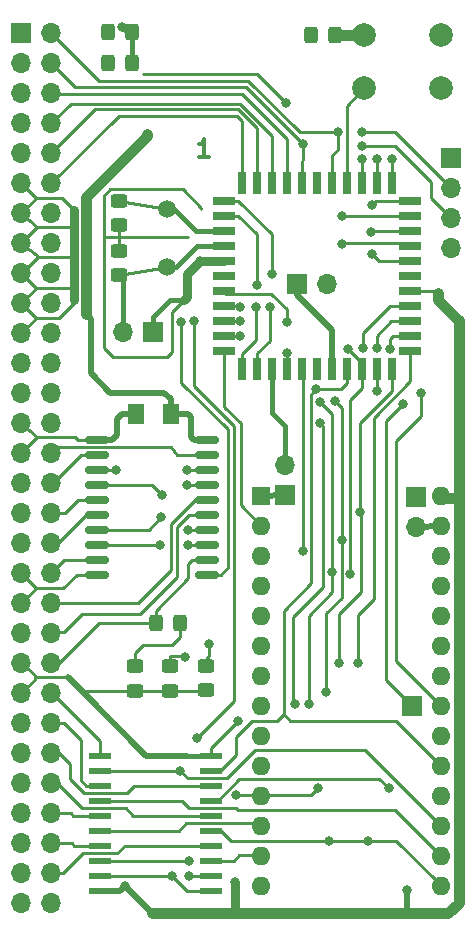
<source format=gbr>
%TF.GenerationSoftware,KiCad,Pcbnew,8.0.6+1*%
%TF.CreationDate,2024-11-21T22:42:00+01:00*%
%TF.ProjectId,8051,38303531-2e6b-4696-9361-645f70636258,rev?*%
%TF.SameCoordinates,Original*%
%TF.FileFunction,Copper,L1,Top*%
%TF.FilePolarity,Positive*%
%FSLAX46Y46*%
G04 Gerber Fmt 4.6, Leading zero omitted, Abs format (unit mm)*
G04 Created by KiCad (PCBNEW 8.0.6+1) date 2024-11-21 22:42:00*
%MOMM*%
%LPD*%
G01*
G04 APERTURE LIST*
G04 Aperture macros list*
%AMRoundRect*
0 Rectangle with rounded corners*
0 $1 Rounding radius*
0 $2 $3 $4 $5 $6 $7 $8 $9 X,Y pos of 4 corners*
0 Add a 4 corners polygon primitive as box body*
4,1,4,$2,$3,$4,$5,$6,$7,$8,$9,$2,$3,0*
0 Add four circle primitives for the rounded corners*
1,1,$1+$1,$2,$3*
1,1,$1+$1,$4,$5*
1,1,$1+$1,$6,$7*
1,1,$1+$1,$8,$9*
0 Add four rect primitives between the rounded corners*
20,1,$1+$1,$2,$3,$4,$5,0*
20,1,$1+$1,$4,$5,$6,$7,0*
20,1,$1+$1,$6,$7,$8,$9,0*
20,1,$1+$1,$8,$9,$2,$3,0*%
G04 Aperture macros list end*
%ADD10C,0.300000*%
%TA.AperFunction,NonConductor*%
%ADD11C,0.300000*%
%TD*%
%TA.AperFunction,ComponentPad*%
%ADD12C,2.000000*%
%TD*%
%TA.AperFunction,SMDPad,CuDef*%
%ADD13R,1.925000X0.700000*%
%TD*%
%TA.AperFunction,SMDPad,CuDef*%
%ADD14R,0.700000X1.925000*%
%TD*%
%TA.AperFunction,ComponentPad*%
%ADD15R,1.700000X1.700000*%
%TD*%
%TA.AperFunction,ComponentPad*%
%ADD16O,1.700000X1.700000*%
%TD*%
%TA.AperFunction,SMDPad,CuDef*%
%ADD17RoundRect,0.250000X0.462500X0.625000X-0.462500X0.625000X-0.462500X-0.625000X0.462500X-0.625000X0*%
%TD*%
%TA.AperFunction,SMDPad,CuDef*%
%ADD18RoundRect,0.249999X-0.325001X-0.450001X0.325001X-0.450001X0.325001X0.450001X-0.325001X0.450001X0*%
%TD*%
%TA.AperFunction,SMDPad,CuDef*%
%ADD19RoundRect,0.249999X0.325001X0.450001X-0.325001X0.450001X-0.325001X-0.450001X0.325001X-0.450001X0*%
%TD*%
%TA.AperFunction,ComponentPad*%
%ADD20R,1.600000X1.600000*%
%TD*%
%TA.AperFunction,ComponentPad*%
%ADD21O,1.600000X1.600000*%
%TD*%
%TA.AperFunction,SMDPad,CuDef*%
%ADD22RoundRect,0.249999X-0.450001X0.325001X-0.450001X-0.325001X0.450001X-0.325001X0.450001X0.325001X0*%
%TD*%
%TA.AperFunction,ComponentPad*%
%ADD23C,1.500000*%
%TD*%
%TA.AperFunction,SMDPad,CuDef*%
%ADD24RoundRect,0.249999X0.450001X-0.325001X0.450001X0.325001X-0.450001X0.325001X-0.450001X-0.325001X0*%
%TD*%
%TA.AperFunction,SMDPad,CuDef*%
%ADD25R,1.950000X0.600000*%
%TD*%
%TA.AperFunction,SMDPad,CuDef*%
%ADD26RoundRect,0.150000X-0.875000X-0.150000X0.875000X-0.150000X0.875000X0.150000X-0.875000X0.150000X0*%
%TD*%
%TA.AperFunction,SMDPad,CuDef*%
%ADD27RoundRect,0.250000X0.450000X-0.325000X0.450000X0.325000X-0.450000X0.325000X-0.450000X-0.325000X0*%
%TD*%
%TA.AperFunction,ViaPad*%
%ADD28C,0.800000*%
%TD*%
%TA.AperFunction,Conductor*%
%ADD29C,0.508000*%
%TD*%
%TA.AperFunction,Conductor*%
%ADD30C,0.254000*%
%TD*%
%TA.AperFunction,Conductor*%
%ADD31C,0.762000*%
%TD*%
%TA.AperFunction,Conductor*%
%ADD32C,0.250000*%
%TD*%
%TA.AperFunction,Conductor*%
%ADD33C,0.381000*%
%TD*%
%TA.AperFunction,Conductor*%
%ADD34C,0.635000*%
%TD*%
%TA.AperFunction,Conductor*%
%ADD35C,0.889000*%
%TD*%
G04 APERTURE END LIST*
D10*
D11*
X106877225Y-73841828D02*
X106020082Y-73841828D01*
X106448653Y-73841828D02*
X106448653Y-72341828D01*
X106448653Y-72341828D02*
X106305796Y-72556114D01*
X106305796Y-72556114D02*
X106162939Y-72698971D01*
X106162939Y-72698971D02*
X106020082Y-72770400D01*
D12*
%TO.P,SW1,1,1*%
%TO.N,+5V*%
X120000000Y-63500000D03*
X126500000Y-63500000D03*
%TO.P,SW1,2,2*%
%TO.N,Net-(U1-RST)*%
X120000000Y-68000000D03*
X126500000Y-68000000D03*
%TD*%
D13*
%TO.P,U1,1,NC*%
%TO.N,unconnected-(U1-NC-Pad1)*%
X123862500Y-83940000D03*
%TO.P,U1,2,P1.0*%
%TO.N,P0*%
X123862500Y-82670000D03*
%TO.P,U1,3,P1.1*%
%TO.N,P1*%
X123862500Y-81400000D03*
%TO.P,U1,4,P1.2*%
%TO.N,P2*%
X123862500Y-80130000D03*
%TO.P,U1,5,P1.3*%
%TO.N,P3*%
X123862500Y-78860000D03*
%TO.P,U1,6,P1.4*%
%TO.N,P4*%
X123862500Y-77590000D03*
D14*
%TO.P,U1,7,P1.5*%
%TO.N,P5*%
X122350000Y-76077500D03*
%TO.P,U1,8,P1.6*%
%TO.N,P6*%
X121080000Y-76077500D03*
%TO.P,U1,9,P1.7*%
%TO.N,P7*%
X119810000Y-76077500D03*
%TO.P,U1,10,RST*%
%TO.N,Net-(U1-RST)*%
X118540000Y-76077500D03*
%TO.P,U1,11,P3.0/RxD*%
%TO.N,RxD*%
X117270000Y-76077500D03*
%TO.P,U1,12,NC*%
%TO.N,unconnected-(U1-NC-Pad12)*%
X116000000Y-76077500D03*
%TO.P,U1,13,P3.1/TxD*%
%TO.N,TxD*%
X114730000Y-76077500D03*
%TO.P,U1,14,P3.2/nINT0*%
%TO.N,INT0*%
X113460000Y-76077500D03*
%TO.P,U1,15,P3.3/nINT1*%
%TO.N,INT1*%
X112190000Y-76077500D03*
%TO.P,U1,16,P3.4/T0*%
%TO.N,T0*%
X110920000Y-76077500D03*
%TO.P,U1,17,P3.5/T1*%
%TO.N,T1*%
X109650000Y-76077500D03*
D13*
%TO.P,U1,18,P3.6/nWR*%
%TO.N,Net-(U1-P3.6{slash}nWR)*%
X108137500Y-77590000D03*
%TO.P,U1,19,P3.7/nRD*%
%TO.N,Net-(U1-P3.7{slash}nRD)*%
X108137500Y-78860000D03*
%TO.P,U1,20,XTAL2*%
%TO.N,Net-(U1-XTAL2)*%
X108137500Y-80130000D03*
%TO.P,U1,21,XTAL1*%
%TO.N,Net-(J7-Pin_2)*%
X108137500Y-81400000D03*
%TO.P,U1,22,VSS*%
%TO.N,GND*%
X108137500Y-82670000D03*
%TO.P,U1,23,NC*%
%TO.N,unconnected-(U1-NC-Pad23)*%
X108137500Y-83940000D03*
%TO.P,U1,24,P2.0/A8*%
%TO.N,Net-(U1-P2.0{slash}A8)*%
X108137500Y-85210000D03*
%TO.P,U1,25,P2.1/A9*%
%TO.N,Net-(U1-P2.1{slash}A9)*%
X108137500Y-86480000D03*
%TO.P,U1,26,P2.2/A10*%
%TO.N,Net-(U1-P2.2{slash}A10)*%
X108137500Y-87750000D03*
%TO.P,U1,27,P2.3/A11*%
%TO.N,Net-(U1-P2.3{slash}A11)*%
X108137500Y-89020000D03*
%TO.P,U1,28,P2.4/A12*%
%TO.N,Net-(U1-P2.4{slash}A12)*%
X108137500Y-90290000D03*
D14*
%TO.P,U1,29,P2.5/A13*%
%TO.N,Net-(U1-P2.5{slash}A13)*%
X109650000Y-91802500D03*
%TO.P,U1,30,P2.6/A14*%
%TO.N,Net-(J4-Pin_1)*%
X110920000Y-91802500D03*
%TO.P,U1,31,P2.7/A15*%
%TO.N,Net-(J3-Pin_1)*%
X112190000Y-91802500D03*
%TO.P,U1,32,PSEN*%
%TO.N,Net-(J5-Pin_1)*%
X113460000Y-91802500D03*
%TO.P,U1,33,ALE/PROG*%
%TO.N,Net-(U1-ALE{slash}PROG)*%
X114730000Y-91802500D03*
%TO.P,U1,34,NC*%
%TO.N,unconnected-(U1-NC-Pad34)*%
X116000000Y-91802500D03*
%TO.P,U1,35,EA/VPP*%
%TO.N,GND*%
X117270000Y-91802500D03*
%TO.P,U1,36,P0.7/AD7*%
%TO.N,AD7*%
X118540000Y-91802500D03*
%TO.P,U1,37,P0.6/AD6*%
%TO.N,AD6*%
X119810000Y-91802500D03*
%TO.P,U1,38,P0.5/AD5*%
%TO.N,AD5*%
X121080000Y-91802500D03*
%TO.P,U1,39,P0.4/AD4*%
%TO.N,AD4*%
X122350000Y-91802500D03*
D13*
%TO.P,U1,40,P0.3/AD3*%
%TO.N,AD3*%
X123862500Y-90290000D03*
%TO.P,U1,41,P0.2/AD2*%
%TO.N,AD2*%
X123862500Y-89020000D03*
%TO.P,U1,42,P0.1/AD1*%
%TO.N,AD1*%
X123862500Y-87750000D03*
%TO.P,U1,43,P0.0/AD0*%
%TO.N,AD0*%
X123862500Y-86480000D03*
%TO.P,U1,44,VCC*%
%TO.N,+5V*%
X123862500Y-85210000D03*
%TD*%
D15*
%TO.P,J2,1,Pin_1*%
%TO.N,+5V*%
X90960000Y-63330000D03*
D16*
%TO.P,J2,2,Pin_2*%
%TO.N,RxD*%
X93500000Y-63330000D03*
%TO.P,J2,3,Pin_3*%
%TO.N,+5V*%
X90960000Y-65870000D03*
%TO.P,J2,4,Pin_4*%
%TO.N,TxD*%
X93500000Y-65870000D03*
%TO.P,J2,5,Pin_5*%
%TO.N,+5V*%
X90960000Y-68410000D03*
%TO.P,J2,6,Pin_6*%
%TO.N,INT0*%
X93500000Y-68410000D03*
%TO.P,J2,7,Pin_7*%
%TO.N,+5V*%
X90960000Y-70950000D03*
%TO.P,J2,8,Pin_8*%
%TO.N,INT1*%
X93500000Y-70950000D03*
%TO.P,J2,9,Pin_9*%
%TO.N,GND*%
X90960000Y-73490000D03*
%TO.P,J2,10,Pin_10*%
%TO.N,T0*%
X93500000Y-73490000D03*
%TO.P,J2,11,Pin_11*%
%TO.N,GND*%
X90960000Y-76030000D03*
%TO.P,J2,12,Pin_12*%
%TO.N,T1*%
X93500000Y-76030000D03*
%TO.P,J2,13,Pin_13*%
%TO.N,GND*%
X90960000Y-78570000D03*
%TO.P,J2,14,Pin_14*%
%TO.N,P7*%
X93500000Y-78570000D03*
%TO.P,J2,15,Pin_15*%
%TO.N,GND*%
X90960000Y-81110000D03*
%TO.P,J2,16,Pin_16*%
%TO.N,P6*%
X93500000Y-81110000D03*
%TO.P,J2,17,Pin_17*%
%TO.N,GND*%
X90960000Y-83650000D03*
%TO.P,J2,18,Pin_18*%
%TO.N,P5*%
X93500000Y-83650000D03*
%TO.P,J2,19,Pin_19*%
%TO.N,GND*%
X90960000Y-86190000D03*
%TO.P,J2,20,Pin_20*%
%TO.N,P4*%
X93500000Y-86190000D03*
%TO.P,J2,21,Pin_21*%
%TO.N,GND*%
X90960000Y-88730000D03*
%TO.P,J2,22,Pin_22*%
%TO.N,P3*%
X93500000Y-88730000D03*
%TO.P,J2,23,Pin_23*%
%TO.N,GND*%
X90960000Y-91270000D03*
%TO.P,J2,24,Pin_24*%
%TO.N,P2*%
X93500000Y-91270000D03*
%TO.P,J2,25,Pin_25*%
%TO.N,GND*%
X90960000Y-93810000D03*
%TO.P,J2,26,Pin_26*%
%TO.N,P1*%
X93500000Y-93810000D03*
%TO.P,J2,27,Pin_27*%
%TO.N,GND*%
X90960000Y-96350000D03*
%TO.P,J2,28,Pin_28*%
%TO.N,P0*%
X93500000Y-96350000D03*
%TO.P,J2,29,Pin_29*%
%TO.N,GND*%
X90960000Y-98890000D03*
%TO.P,J2,30,Pin_30*%
%TO.N,O7*%
X93500000Y-98890000D03*
%TO.P,J2,31,Pin_31*%
%TO.N,GND*%
X90960000Y-101430000D03*
%TO.P,J2,32,Pin_32*%
%TO.N,O6*%
X93500000Y-101430000D03*
%TO.P,J2,33,Pin_33*%
%TO.N,GND*%
X90960000Y-103970000D03*
%TO.P,J2,34,Pin_34*%
%TO.N,O5*%
X93500000Y-103970000D03*
%TO.P,J2,35,Pin_35*%
%TO.N,GND*%
X90960000Y-106510000D03*
%TO.P,J2,36,Pin_36*%
%TO.N,O4*%
X93500000Y-106510000D03*
%TO.P,J2,37,Pin_37*%
%TO.N,GND*%
X90960000Y-109050000D03*
%TO.P,J2,38,Pin_38*%
%TO.N,O3*%
X93500000Y-109050000D03*
%TO.P,J2,39,Pin_39*%
%TO.N,GND*%
X90960000Y-111590000D03*
%TO.P,J2,40,Pin_40*%
%TO.N,O2*%
X93500000Y-111590000D03*
%TO.P,J2,41,Pin_41*%
%TO.N,GND*%
X90960000Y-114130000D03*
%TO.P,J2,42,Pin_42*%
%TO.N,O1*%
X93500000Y-114130000D03*
%TO.P,J2,43,Pin_43*%
%TO.N,GND*%
X90960000Y-116670000D03*
%TO.P,J2,44,Pin_44*%
%TO.N,O0*%
X93500000Y-116670000D03*
%TO.P,J2,45,Pin_45*%
%TO.N,GND*%
X90960000Y-119210000D03*
%TO.P,J2,46,Pin_46*%
%TO.N,I7*%
X93500000Y-119210000D03*
%TO.P,J2,47,Pin_47*%
%TO.N,GND*%
X90960000Y-121750000D03*
%TO.P,J2,48,Pin_48*%
%TO.N,I6*%
X93500000Y-121750000D03*
%TO.P,J2,49,Pin_49*%
%TO.N,GND*%
X90960000Y-124290000D03*
%TO.P,J2,50,Pin_50*%
%TO.N,I5*%
X93500000Y-124290000D03*
%TO.P,J2,51,Pin_51*%
%TO.N,GND*%
X90960000Y-126830000D03*
%TO.P,J2,52,Pin_52*%
%TO.N,I4*%
X93500000Y-126830000D03*
%TO.P,J2,53,Pin_53*%
%TO.N,GND*%
X90960000Y-129370000D03*
%TO.P,J2,54,Pin_54*%
%TO.N,I3*%
X93500000Y-129370000D03*
%TO.P,J2,55,Pin_55*%
%TO.N,GND*%
X90960000Y-131910000D03*
%TO.P,J2,56,Pin_56*%
%TO.N,I2*%
X93500000Y-131910000D03*
%TO.P,J2,57,Pin_57*%
%TO.N,GND*%
X90960000Y-134450000D03*
%TO.P,J2,58,Pin_58*%
%TO.N,I1*%
X93500000Y-134450000D03*
%TO.P,J2,59,Pin_59*%
%TO.N,GND*%
X90960000Y-136990000D03*
%TO.P,J2,60,Pin_60*%
%TO.N,I0*%
X93500000Y-136990000D03*
%TD*%
D17*
%TO.P,C4,1*%
%TO.N,+5V*%
X103609800Y-95580200D03*
%TO.P,C4,2*%
%TO.N,GND*%
X100634800Y-95580200D03*
%TD*%
D18*
%TO.P,D1,1,K*%
%TO.N,Net-(D1-K)*%
X115450000Y-63500000D03*
%TO.P,D1,2,A*%
%TO.N,+5V*%
X117500000Y-63500000D03*
%TD*%
D19*
%TO.P,R5,1*%
%TO.N,Net-(D2-A)*%
X104368600Y-113258600D03*
%TO.P,R5,2*%
%TO.N,O0*%
X102318600Y-113258600D03*
%TD*%
D18*
%TO.P,D3,1,K*%
%TO.N,Net-(D3-K)*%
X98280000Y-63246000D03*
%TO.P,D3,2,A*%
%TO.N,+5V*%
X100330000Y-63246000D03*
%TD*%
%TO.P,D4,1,K*%
%TO.N,Net-(D4-K)*%
X98298000Y-65913000D03*
%TO.P,D4,2,A*%
%TO.N,+5V*%
X100348000Y-65913000D03*
%TD*%
D15*
%TO.P,J3,1,Pin_1*%
%TO.N,Net-(J3-Pin_1)*%
X113284000Y-102489000D03*
D16*
%TO.P,J3,2,Pin_2*%
X113284000Y-99949000D03*
%TD*%
D20*
%TO.P,U5,1,A15*%
%TO.N,Net-(J3-Pin_1)*%
X111250000Y-102500000D03*
D21*
%TO.P,U5,2,A12*%
%TO.N,Net-(U1-P2.4{slash}A12)*%
X111250000Y-105040000D03*
%TO.P,U5,3,A7*%
%TO.N,A7*%
X111250000Y-107580000D03*
%TO.P,U5,4,A6*%
%TO.N,A6*%
X111250000Y-110120000D03*
%TO.P,U5,5,A5*%
%TO.N,A5*%
X111250000Y-112660000D03*
%TO.P,U5,6,A4*%
%TO.N,A4*%
X111250000Y-115200000D03*
%TO.P,U5,7,A3*%
%TO.N,A3*%
X111250000Y-117740000D03*
%TO.P,U5,8,A2*%
%TO.N,A2*%
X111250000Y-120280000D03*
%TO.P,U5,9,A1*%
%TO.N,A1*%
X111250000Y-122820000D03*
%TO.P,U5,10,A0*%
%TO.N,A0*%
X111250000Y-125360000D03*
%TO.P,U5,11,D0*%
%TO.N,AD0*%
X111250000Y-127900000D03*
%TO.P,U5,12,D1*%
%TO.N,AD1*%
X111250000Y-130440000D03*
%TO.P,U5,13,D2*%
%TO.N,AD2*%
X111250000Y-132980000D03*
%TO.P,U5,14,GND*%
%TO.N,GND*%
X111250000Y-135520000D03*
%TO.P,U5,15,D3*%
%TO.N,AD3*%
X126490000Y-135520000D03*
%TO.P,U5,16,D4*%
%TO.N,AD4*%
X126490000Y-132980000D03*
%TO.P,U5,17,D5*%
%TO.N,AD5*%
X126490000Y-130440000D03*
%TO.P,U5,18,D6*%
%TO.N,AD6*%
X126490000Y-127900000D03*
%TO.P,U5,19,D7*%
%TO.N,AD7*%
X126490000Y-125360000D03*
%TO.P,U5,20,~{CE}*%
%TO.N,Net-(J5-Pin_1)*%
X126490000Y-122820000D03*
%TO.P,U5,21,A10*%
%TO.N,Net-(U1-P2.2{slash}A10)*%
X126490000Y-120280000D03*
%TO.P,U5,22,~{OE}*%
%TO.N,GND*%
X126490000Y-117740000D03*
%TO.P,U5,23,A11*%
%TO.N,Net-(U1-P2.3{slash}A11)*%
X126490000Y-115200000D03*
%TO.P,U5,24,A9*%
%TO.N,Net-(U1-P2.1{slash}A9)*%
X126490000Y-112660000D03*
%TO.P,U5,25,A8*%
%TO.N,Net-(U1-P2.0{slash}A8)*%
X126490000Y-110120000D03*
%TO.P,U5,26,A13*%
%TO.N,Net-(U1-P2.5{slash}A13)*%
X126490000Y-107580000D03*
%TO.P,U5,27,A14*%
%TO.N,Net-(J4-Pin_1)*%
X126490000Y-105040000D03*
%TO.P,U5,28,VCC*%
%TO.N,+5V*%
X126490000Y-102500000D03*
%TD*%
D15*
%TO.P,J4,1,Pin_1*%
%TO.N,Net-(J4-Pin_1)*%
X124333000Y-102616000D03*
D16*
%TO.P,J4,2,Pin_2*%
X124333000Y-105156000D03*
%TD*%
D22*
%TO.P,C1,1*%
%TO.N,Net-(U1-XTAL2)*%
X99187000Y-77579000D03*
%TO.P,C1,2*%
%TO.N,GND*%
X99187000Y-79629000D03*
%TD*%
D23*
%TO.P,Y1,1,1*%
%TO.N,Net-(U1-XTAL2)*%
X103250000Y-78250000D03*
%TO.P,Y1,2,2*%
%TO.N,Net-(J7-Pin_2)*%
X103250000Y-83130000D03*
%TD*%
D24*
%TO.P,C2,1*%
%TO.N,Net-(J7-Pin_2)*%
X99187000Y-83820000D03*
%TO.P,C2,2*%
%TO.N,GND*%
X99187000Y-81770000D03*
%TD*%
D15*
%TO.P,J1,1,Pin_1*%
%TO.N,GND*%
X114300000Y-84582000D03*
D16*
%TO.P,J1,2,Pin_2*%
X116840000Y-84582000D03*
%TD*%
D25*
%TO.P,U2,1,1OE*%
%TO.N,Net-(U1-P3.7{slash}nRD)*%
X107000000Y-135965000D03*
%TO.P,U2,2,1A0*%
%TO.N,I0*%
X107000000Y-134695000D03*
%TO.P,U2,3,2Y0*%
%TO.N,AD2*%
X107000000Y-133425000D03*
%TO.P,U2,4,1A1*%
%TO.N,I1*%
X107000000Y-132155000D03*
%TO.P,U2,5,2Y1*%
%TO.N,AD3*%
X107000000Y-130885000D03*
%TO.P,U2,6,1A2*%
%TO.N,I4*%
X107000000Y-129615000D03*
%TO.P,U2,7,2Y2*%
%TO.N,AD6*%
X107000000Y-128345000D03*
%TO.P,U2,8,1A3*%
%TO.N,I5*%
X107000000Y-127075000D03*
%TO.P,U2,9,2Y3*%
%TO.N,AD7*%
X107000000Y-125805000D03*
%TO.P,U2,10,GND*%
%TO.N,GND*%
X107000000Y-124535000D03*
%TO.P,U2,11,2A3*%
%TO.N,I7*%
X97600000Y-124535000D03*
%TO.P,U2,12,1Y3*%
%TO.N,AD5*%
X97600000Y-125805000D03*
%TO.P,U2,13,2A2*%
%TO.N,I6*%
X97600000Y-127075000D03*
%TO.P,U2,14,1Y2*%
%TO.N,AD4*%
X97600000Y-128345000D03*
%TO.P,U2,15,2A1*%
%TO.N,I3*%
X97600000Y-129615000D03*
%TO.P,U2,16,1Y1*%
%TO.N,AD1*%
X97600000Y-130885000D03*
%TO.P,U2,17,2A0*%
%TO.N,I2*%
X97600000Y-132155000D03*
%TO.P,U2,18,1Y0*%
%TO.N,AD0*%
X97600000Y-133425000D03*
%TO.P,U2,19,2OE*%
%TO.N,Net-(U1-P3.7{slash}nRD)*%
X97600000Y-134695000D03*
%TO.P,U2,20,VCC*%
%TO.N,+5V*%
X97600000Y-135965000D03*
%TD*%
D15*
%TO.P,J5,1,Pin_1*%
%TO.N,Net-(J5-Pin_1)*%
X124000000Y-120300000D03*
%TD*%
D26*
%TO.P,U6,1,OE*%
%TO.N,GND*%
X97380000Y-97790000D03*
%TO.P,U6,2,O0*%
%TO.N,O6*%
X97380000Y-99060000D03*
%TO.P,U6,3,D0*%
%TO.N,AD6*%
X97380000Y-100330000D03*
%TO.P,U6,4,D1*%
%TO.N,AD5*%
X97380000Y-101600000D03*
%TO.P,U6,5,O1*%
%TO.N,O5*%
X97380000Y-102870000D03*
%TO.P,U6,6,O2*%
%TO.N,O4*%
X97380000Y-104140000D03*
%TO.P,U6,7,D2*%
%TO.N,AD4*%
X97380000Y-105410000D03*
%TO.P,U6,8,D3*%
%TO.N,AD3*%
X97380000Y-106680000D03*
%TO.P,U6,9,O3*%
%TO.N,O3*%
X97380000Y-107950000D03*
%TO.P,U6,10,GND*%
%TO.N,GND*%
X97380000Y-109220000D03*
%TO.P,U6,11,Cp*%
%TO.N,Net-(U1-P3.6{slash}nWR)*%
X106680000Y-109220000D03*
%TO.P,U6,12,O4*%
%TO.N,O0*%
X106680000Y-107950000D03*
%TO.P,U6,13,D4*%
%TO.N,AD0*%
X106680000Y-106680000D03*
%TO.P,U6,14,D5*%
%TO.N,AD1*%
X106680000Y-105410000D03*
%TO.P,U6,15,O5*%
%TO.N,O1*%
X106680000Y-104140000D03*
%TO.P,U6,16,O6*%
%TO.N,O2*%
X106680000Y-102870000D03*
%TO.P,U6,17,D6*%
%TO.N,AD2*%
X106680000Y-101600000D03*
%TO.P,U6,18,D7*%
%TO.N,AD7*%
X106680000Y-100330000D03*
%TO.P,U6,19,O7*%
%TO.N,O7*%
X106680000Y-99060000D03*
%TO.P,U6,20,VCC*%
%TO.N,+5V*%
X106680000Y-97790000D03*
%TD*%
D27*
%TO.P,D6,1,K*%
%TO.N,GND*%
X106553000Y-118999000D03*
%TO.P,D6,2,A*%
%TO.N,Net-(D6-A)*%
X106553000Y-116949000D03*
%TD*%
%TO.P,D2,1,K*%
%TO.N,GND*%
X100584000Y-119008000D03*
%TO.P,D2,2,A*%
%TO.N,Net-(D2-A)*%
X100584000Y-116958000D03*
%TD*%
D15*
%TO.P,J7,1,Pin_1*%
%TO.N,GND*%
X102088000Y-88620200D03*
D16*
%TO.P,J7,2,Pin_2*%
%TO.N,Net-(J7-Pin_2)*%
X99548000Y-88620200D03*
%TD*%
D15*
%TO.P,J6,1,Pin_1*%
%TO.N,+5V*%
X127324000Y-73924000D03*
D16*
%TO.P,J6,2,Pin_2*%
%TO.N,RxD*%
X127324000Y-76464000D03*
%TO.P,J6,3,Pin_3*%
%TO.N,TxD*%
X127324000Y-79004000D03*
%TO.P,J6,4,Pin_4*%
%TO.N,GND*%
X127324000Y-81544000D03*
%TD*%
D27*
%TO.P,D5,1,K*%
%TO.N,GND*%
X103505000Y-119017000D03*
%TO.P,D5,2,A*%
%TO.N,Net-(D5-A)*%
X103505000Y-116967000D03*
%TD*%
D28*
%TO.N,GND*%
X106052000Y-82670000D03*
X113360200Y-69291200D03*
X109321600Y-121564400D03*
%TO.N,+5V*%
X123596400Y-135915400D03*
X109016800Y-135178800D03*
X99454999Y-62792317D03*
X101569305Y-71876705D03*
X99695000Y-135585200D03*
X126238000Y-85344000D03*
%TO.N,Net-(D1-K)*%
X115443000Y-63500000D03*
%TO.N,Net-(D3-K)*%
X98280000Y-63246000D03*
%TO.N,Net-(D4-K)*%
X98298000Y-65913000D03*
%TO.N,Net-(D5-A)*%
X104775000Y-116205000D03*
%TO.N,Net-(D6-A)*%
X106807000Y-115062000D03*
%TO.N,Net-(J4-Pin_1)*%
X111988600Y-86512400D03*
%TO.N,Net-(J5-Pin_1)*%
X113436400Y-90449400D03*
X123248000Y-94742518D03*
%TO.N,Net-(U1-ALE{slash}PROG)*%
X114782600Y-107188000D03*
%TO.N,Net-(U1-P2.5{slash}A13)*%
X110820200Y-86512400D03*
%TO.N,TxD*%
X119761000Y-72898000D03*
X114808000Y-72771000D03*
%TO.N,RxD*%
X117729000Y-71755000D03*
X119761000Y-71755000D03*
%TO.N,I0*%
X105154800Y-134695000D03*
%TO.N,Net-(U1-P2.3{slash}A11)*%
X109499400Y-89001600D03*
%TO.N,Net-(U1-P2.2{slash}A10)*%
X124802000Y-93853000D03*
X109474000Y-87757000D03*
%TO.N,Net-(U1-P2.1{slash}A9)*%
X109479492Y-86506908D03*
%TO.N,Net-(U1-P2.0{slash}A8)*%
X113411000Y-87833200D03*
%TO.N,P0*%
X120650000Y-82042000D03*
%TO.N,P1*%
X118110000Y-81203800D03*
%TO.N,P2*%
X120599200Y-80162400D03*
%TO.N,P3*%
X118142400Y-78860000D03*
%TO.N,P4*%
X120650000Y-77927200D03*
%TO.N,P5*%
X122301000Y-74041000D03*
%TO.N,P6*%
X121031000Y-74041000D03*
%TO.N,P7*%
X119761000Y-74041000D03*
%TO.N,Net-(U1-P3.7{slash}nRD)*%
X105841800Y-123037600D03*
X110871000Y-84632800D03*
X103733600Y-134721600D03*
X105562400Y-87757000D03*
%TO.N,Net-(U1-P3.6{slash}nWR)*%
X112153700Y-83756500D03*
X104510600Y-87807800D03*
%TO.N,AD4*%
X119659400Y-103860600D03*
X117856000Y-116687600D03*
X102819200Y-104343200D03*
%TO.N,AD5*%
X104419084Y-125805884D03*
X121080000Y-93673400D03*
X102870000Y-102463600D03*
%TO.N,AD6*%
X98958400Y-100330000D03*
X118821200Y-109143800D03*
X122047000Y-127279400D03*
X118643400Y-90068400D03*
%TO.N,AD7*%
X115925600Y-93497400D03*
X104998600Y-100325000D03*
%TO.N,AD2*%
X116255800Y-96367600D03*
X122174000Y-90068400D03*
X104952800Y-101600000D03*
X114122200Y-120116600D03*
%TO.N,AD0*%
X109118400Y-127889000D03*
X119862600Y-90043000D03*
X105054400Y-106654600D03*
X116255800Y-94538800D03*
X116103400Y-127279400D03*
X105130600Y-133400800D03*
X117297200Y-108940600D03*
X115316000Y-120116600D03*
%TO.N,AD3*%
X102717600Y-106705400D03*
X117017800Y-131749800D03*
X120294400Y-131749800D03*
X119456200Y-116713000D03*
%TO.N,AD1*%
X117551200Y-94513400D03*
X116789200Y-119126000D03*
X118084600Y-106248200D03*
X121056400Y-90043000D03*
X105079800Y-105410000D03*
%TD*%
D29*
%TO.N,GND*%
X99060000Y-97332800D02*
X98602800Y-97790000D01*
D30*
X92280124Y-97569876D02*
X90960000Y-98890000D01*
X92202000Y-84963000D02*
X95377000Y-84963000D01*
D31*
X95377000Y-84963000D02*
X95377000Y-82296000D01*
D30*
X92234135Y-87503000D02*
X94107000Y-87503000D01*
D31*
X95377000Y-85979000D02*
X95377000Y-84963000D01*
D30*
X92202000Y-77343000D02*
X90975000Y-78570000D01*
D29*
X99491800Y-95580200D02*
X99060000Y-96012000D01*
D30*
X109321600Y-121564400D02*
X106984800Y-123901200D01*
D29*
X98602800Y-97790000D02*
X97380000Y-97790000D01*
X100634800Y-95580200D02*
X99491800Y-95580200D01*
D30*
X104615226Y-76581000D02*
X106172000Y-78137774D01*
D32*
X95724124Y-97790000D02*
X95504000Y-97569876D01*
D30*
X90975000Y-119210000D02*
X90960000Y-119210000D01*
X106984800Y-123901200D02*
X106984800Y-124519800D01*
X90975000Y-86190000D02*
X92202000Y-84963000D01*
X90975000Y-111590000D02*
X90960000Y-111590000D01*
X103327200Y-90779600D02*
X103733600Y-90373200D01*
X92202000Y-84963000D02*
X90960000Y-83650000D01*
X95377000Y-78359000D02*
X94361000Y-77343000D01*
D31*
X105003600Y-83718400D02*
X105003600Y-85648800D01*
D30*
X90960000Y-83650000D02*
X90972901Y-83650000D01*
X90960000Y-81075198D02*
X92279198Y-79756000D01*
D31*
X95377000Y-79756000D02*
X95377000Y-78359000D01*
X105003600Y-85648800D02*
X104749600Y-85902800D01*
D30*
X97917000Y-77117222D02*
X98453222Y-76581000D01*
X92326901Y-82296000D02*
X92481400Y-82296000D01*
X95631000Y-109220000D02*
X94488000Y-110363000D01*
X90960000Y-88730000D02*
X91007135Y-88730000D01*
X96130000Y-119008000D02*
X96075500Y-119062500D01*
X91007135Y-88730000D02*
X92234135Y-87503000D01*
D33*
X103530400Y-85902800D02*
X104749600Y-85902800D01*
D30*
X97917000Y-80645000D02*
X97917000Y-79883000D01*
D29*
X104975800Y-124536200D02*
X101549200Y-124536200D01*
D30*
X92481400Y-82296000D02*
X90960000Y-81110000D01*
X103733600Y-86918800D02*
X104749600Y-85902800D01*
X90960000Y-81110000D02*
X90960000Y-81075198D01*
X106172000Y-78137774D02*
X106172000Y-78232000D01*
X95504000Y-97569876D02*
X92280124Y-97569876D01*
X97300000Y-109215000D02*
X95631000Y-109220000D01*
D29*
X99060000Y-96012000D02*
X99060000Y-97332800D01*
X117270000Y-91802500D02*
X117270000Y-88517200D01*
D30*
X94107000Y-87503000D02*
X95377000Y-86233000D01*
X100584000Y-119008000D02*
X96130000Y-119008000D01*
X92234135Y-87503000D02*
X90960000Y-86190000D01*
X98704400Y-90779600D02*
X103327200Y-90779600D01*
D33*
X102088000Y-88620200D02*
X102088000Y-87345200D01*
D30*
X94869000Y-117856000D02*
X92227400Y-117856000D01*
D32*
X97380000Y-97790000D02*
X95724124Y-97790000D01*
D29*
X101549200Y-124536200D02*
X96075500Y-119062500D01*
D30*
X92279198Y-79756000D02*
X90960000Y-78570000D01*
X99187000Y-80645000D02*
X99187000Y-81770000D01*
X91066800Y-116670000D02*
X90960000Y-116670000D01*
X97300000Y-109215000D02*
X97287000Y-109215000D01*
X99187000Y-80645000D02*
X97917000Y-80645000D01*
X97917000Y-80645000D02*
X97917000Y-89992200D01*
X97917000Y-79883000D02*
X97917000Y-77343000D01*
X90960000Y-109050000D02*
X92202000Y-110363000D01*
X90960000Y-96350000D02*
X92280124Y-97569876D01*
X92202000Y-110363000D02*
X90975000Y-111590000D01*
X90960000Y-86190000D02*
X90975000Y-86190000D01*
X98453222Y-76581000D02*
X104615226Y-76581000D01*
D33*
X102088000Y-87345200D02*
X103530400Y-85902800D01*
D30*
X92227400Y-117830600D02*
X91066800Y-116670000D01*
D29*
X104977000Y-124535000D02*
X104975800Y-124536200D01*
D33*
X104977000Y-124535000D02*
X107000000Y-124535000D01*
D30*
X110869000Y-66800000D02*
X101235000Y-66800000D01*
D29*
X114274600Y-85521800D02*
X114274600Y-84709000D01*
D31*
X108137500Y-82670000D02*
X106052000Y-82670000D01*
D30*
X92481400Y-82296000D02*
X95377000Y-82296000D01*
X92227400Y-117856000D02*
X92227400Y-117957600D01*
X97917000Y-77343000D02*
X97917000Y-77117222D01*
X113360200Y-69291200D02*
X110869000Y-66800000D01*
X106984800Y-124519800D02*
X107000000Y-124535000D01*
D29*
X96075500Y-119062500D02*
X94869000Y-117856000D01*
D30*
X106544000Y-119008000D02*
X106553000Y-118999000D01*
X92227400Y-117957600D02*
X90975000Y-119210000D01*
X99187000Y-79629000D02*
X99187000Y-80645000D01*
X90960000Y-76030000D02*
X92202000Y-77343000D01*
X103733600Y-90373200D02*
X103733600Y-86918800D01*
D31*
X95377000Y-82296000D02*
X95377000Y-79756000D01*
D30*
X90975000Y-78570000D02*
X90960000Y-78570000D01*
X97917000Y-89992200D02*
X98704400Y-90779600D01*
D29*
X117270000Y-88517200D02*
X114274600Y-85521800D01*
D30*
X100584000Y-119008000D02*
X106544000Y-119008000D01*
X90972901Y-83650000D02*
X92326901Y-82296000D01*
X99187000Y-80645000D02*
X105029000Y-80645000D01*
X94488000Y-110363000D02*
X92202000Y-110363000D01*
X92279198Y-79756000D02*
X95377000Y-79756000D01*
X94361000Y-77343000D02*
X92202000Y-77343000D01*
X95377000Y-86233000D02*
X95377000Y-85979000D01*
X92227400Y-117856000D02*
X92227400Y-117830600D01*
D31*
X106052000Y-82670000D02*
X105003600Y-83718400D01*
D34*
X111543800Y-135813800D02*
X111250000Y-135520000D01*
D33*
%TO.N,Net-(U1-XTAL2)*%
X103250000Y-78250000D02*
X103904000Y-78250000D01*
X103904000Y-78250000D02*
X105784000Y-80130000D01*
D30*
X103250000Y-78250000D02*
X99187000Y-77579000D01*
D33*
X105784000Y-80130000D02*
X108137500Y-80130000D01*
%TO.N,Net-(J7-Pin_2)*%
X104068000Y-83130000D02*
X105798000Y-81400000D01*
X105798000Y-81400000D02*
X108137500Y-81400000D01*
X99548000Y-88620200D02*
X99548000Y-84181000D01*
X99548000Y-84181000D02*
X99187000Y-83820000D01*
D30*
X103250000Y-83130000D02*
X99187000Y-83820000D01*
D33*
X103250000Y-83130000D02*
X104068000Y-83130000D01*
D30*
%TO.N,Net-(U1-RST)*%
X120000000Y-68000000D02*
X118491000Y-69509000D01*
X118491000Y-76028500D02*
X118540000Y-76077500D01*
X118491000Y-69509000D02*
X118491000Y-76028500D01*
D31*
%TO.N,+5V*%
X109016800Y-135178800D02*
X109016800Y-135178800D01*
D29*
X98488500Y-93789500D02*
X103060500Y-93789500D01*
D35*
X126238000Y-85979000D02*
X126238000Y-85344000D01*
X125069600Y-137871200D02*
X121767600Y-137871200D01*
D29*
X96824800Y-92125800D02*
X98488500Y-93789500D01*
X123596400Y-137871200D02*
X121767600Y-137871200D01*
X103609800Y-95580200D02*
X105105200Y-95580200D01*
X105333800Y-95808800D02*
X105333800Y-97561400D01*
D35*
X121767600Y-137871200D02*
X117830600Y-137871200D01*
X128000000Y-102682800D02*
X126672800Y-102682800D01*
D29*
X96824800Y-87553800D02*
X96824800Y-92125800D01*
X105562400Y-97790000D02*
X106680000Y-97790000D01*
D33*
X99908682Y-63246000D02*
X99454999Y-62792317D01*
D35*
X108864400Y-137871200D02*
X101981000Y-137871200D01*
X128000000Y-100990000D02*
X128000000Y-87630000D01*
D29*
X99695000Y-135585200D02*
X101981000Y-137871200D01*
X103609800Y-94338800D02*
X103609800Y-95580200D01*
D30*
X123862500Y-85210000D02*
X126104000Y-85210000D01*
D33*
X100348000Y-65913000D02*
X100348000Y-63264000D01*
D29*
X105333800Y-97561400D02*
X105562400Y-97790000D01*
D35*
X128000000Y-87630000D02*
X127889000Y-87630000D01*
X120000000Y-63500000D02*
X117500000Y-63500000D01*
X128000000Y-136972800D02*
X128000000Y-100990000D01*
D31*
X109016800Y-137718800D02*
X109016800Y-135178800D01*
D29*
X123596400Y-135915400D02*
X123596400Y-137871200D01*
D33*
X100330000Y-63246000D02*
X99908682Y-63246000D01*
D35*
X101569305Y-72039695D02*
X101569305Y-71876705D01*
X125069600Y-137871200D02*
X127101600Y-137871200D01*
D30*
X126104000Y-85210000D02*
X126238000Y-85344000D01*
D29*
X97600000Y-135965000D02*
X99315200Y-135965000D01*
D35*
X127889000Y-87630000D02*
X126746000Y-86487000D01*
X126672800Y-102682800D02*
X126490000Y-102500000D01*
D33*
X100348000Y-63264000D02*
X100330000Y-63246000D01*
D35*
X96402500Y-77206500D02*
X101569305Y-72039695D01*
X117830600Y-137871200D02*
X108864400Y-137871200D01*
X126746000Y-86487000D02*
X126238000Y-85979000D01*
X127101600Y-137871200D02*
X128000000Y-136972800D01*
D29*
X99315200Y-135965000D02*
X99695000Y-135585200D01*
X96824800Y-87553800D02*
X96402500Y-87131500D01*
X105105200Y-95580200D02*
X105333800Y-95808800D01*
X103060500Y-93789500D02*
X103609800Y-94338800D01*
D35*
X96402500Y-87131500D02*
X96402500Y-77206500D01*
D30*
%TO.N,Net-(D2-A)*%
X100584000Y-115824000D02*
X101282500Y-115125500D01*
X100584000Y-116958000D02*
X100584000Y-115824000D01*
X101282500Y-115125500D02*
X103695500Y-115125500D01*
X103695500Y-115125500D02*
X104368600Y-114452400D01*
X104368600Y-114452400D02*
X104368600Y-113258600D01*
D33*
%TO.N,Net-(D3-K)*%
X98298000Y-63264000D02*
X98280000Y-63246000D01*
D30*
%TO.N,Net-(D5-A)*%
X104648000Y-116078000D02*
X104775000Y-116205000D01*
X103505000Y-116967000D02*
X103505000Y-116078000D01*
X103505000Y-116078000D02*
X104648000Y-116078000D01*
%TO.N,Net-(D6-A)*%
X106807000Y-115062000D02*
X106807000Y-116078000D01*
X106553000Y-116949000D02*
X106553000Y-116332000D01*
X106553000Y-116332000D02*
X106807000Y-116078000D01*
D33*
%TO.N,Net-(J3-Pin_1)*%
X113284000Y-99949000D02*
X113284000Y-96647000D01*
D29*
X111250000Y-102500000D02*
X113284000Y-102489000D01*
D33*
X113284000Y-96647000D02*
X112141000Y-95504000D01*
X112141000Y-95504000D02*
X112190000Y-91802500D01*
D30*
%TO.N,Net-(J4-Pin_1)*%
X111988600Y-86512400D02*
X111988600Y-89382600D01*
X110920000Y-90451200D02*
X110920000Y-91802500D01*
D29*
X126490000Y-105040000D02*
X124333000Y-105156000D01*
D30*
X111988600Y-89382600D02*
X110920000Y-90451200D01*
%TO.N,Net-(J5-Pin_1)*%
X121793000Y-118123000D02*
X121793000Y-96197518D01*
X113460000Y-90473000D02*
X113460000Y-91802500D01*
X123935000Y-120265000D02*
X121793000Y-118123000D01*
X121793000Y-96197518D02*
X123248000Y-94742518D01*
X113436400Y-90449400D02*
X113460000Y-90473000D01*
%TO.N,Net-(U1-ALE{slash}PROG)*%
X114782600Y-107188000D02*
X114782600Y-91855100D01*
X114782600Y-91855100D02*
X114730000Y-91802500D01*
%TO.N,Net-(U1-P2.5{slash}A13)*%
X109650000Y-90476600D02*
X109650000Y-91802500D01*
X110820200Y-89306400D02*
X109650000Y-90476600D01*
X110820200Y-86512400D02*
X110820200Y-89306400D01*
%TO.N,Net-(U1-P2.4{slash}A12)*%
X108137500Y-90290000D02*
X108127800Y-94996000D01*
X109524800Y-103314800D02*
X111250000Y-105040000D01*
X108127800Y-94996000D02*
X109524800Y-96393000D01*
X109524800Y-96393000D02*
X109524800Y-103314800D01*
%TO.N,T1*%
X109194600Y-70332600D02*
X109650000Y-70788000D01*
X93500000Y-76030000D02*
X99197400Y-70332600D01*
X99197400Y-70332600D02*
X109194600Y-70332600D01*
X109650000Y-70788000D02*
X109650000Y-76077500D01*
%TO.N,T0*%
X110920000Y-71415948D02*
X109281052Y-69777000D01*
X97213000Y-69777000D02*
X93500000Y-73490000D01*
X110920000Y-76077500D02*
X110920000Y-71415948D01*
X109281052Y-69777000D02*
X97213000Y-69777000D01*
%TO.N,INT1*%
X112190000Y-72043896D02*
X109469104Y-69323000D01*
X95127000Y-69323000D02*
X93500000Y-70950000D01*
X112190000Y-76077500D02*
X112190000Y-72043896D01*
X109469104Y-69323000D02*
X95127000Y-69323000D01*
%TO.N,INT0*%
X93500000Y-68500000D02*
X93500000Y-68410000D01*
X113460000Y-72312000D02*
X109651800Y-68503800D01*
X113460000Y-76077500D02*
X113460000Y-72312000D01*
X109651800Y-68503800D02*
X93503800Y-68503800D01*
X93503800Y-68503800D02*
X93500000Y-68500000D01*
%TO.N,TxD*%
X122555000Y-72898000D02*
X119761000Y-72898000D01*
X114808000Y-74090000D02*
X114730000Y-74168000D01*
X114808000Y-72771000D02*
X109956600Y-67919600D01*
X95605600Y-67919600D02*
X95556000Y-67870000D01*
X95500000Y-67870000D02*
X93500000Y-65870000D01*
X125603000Y-75946000D02*
X122555000Y-72898000D01*
X95556000Y-67870000D02*
X95500000Y-67870000D01*
X127324000Y-79004000D02*
X125603000Y-77283000D01*
X109956600Y-67919600D02*
X95605600Y-67919600D01*
X114808000Y-72771000D02*
X114808000Y-74090000D01*
X125603000Y-77283000D02*
X125603000Y-75946000D01*
X114730000Y-74168000D02*
X114730000Y-76077500D01*
%TO.N,RxD*%
X117729000Y-73201000D02*
X117270000Y-73660000D01*
X117729000Y-71755000D02*
X117729000Y-73201000D01*
X110115644Y-67360800D02*
X97530800Y-67360800D01*
X117270000Y-73660000D02*
X117270000Y-76077500D01*
X122615000Y-71755000D02*
X119761000Y-71755000D01*
X114509844Y-71755000D02*
X114341422Y-71586578D01*
X117729000Y-71755000D02*
X114509844Y-71755000D01*
X97530800Y-67360800D02*
X93500000Y-63330000D01*
X127324000Y-76464000D02*
X122615000Y-71755000D01*
X114341422Y-71586578D02*
X110115644Y-67360800D01*
%TO.N,I7*%
X97600000Y-124535000D02*
X97600000Y-123246088D01*
X97600000Y-123246088D02*
X93563912Y-119210000D01*
X93563912Y-119210000D02*
X93500000Y-119210000D01*
%TO.N,I6*%
X94572000Y-121750000D02*
X93500000Y-121750000D01*
X96012000Y-126619000D02*
X96012000Y-123190000D01*
X96012000Y-123190000D02*
X94572000Y-121750000D01*
X96468000Y-127075000D02*
X96012000Y-126619000D01*
X97600000Y-127075000D02*
X96468000Y-127075000D01*
D32*
%TO.N,I5*%
X95072200Y-126504700D02*
X95072200Y-125234700D01*
X98679739Y-127698500D02*
X98668620Y-127709619D01*
X107000000Y-127075000D02*
X106967839Y-127107161D01*
X100476839Y-127107161D02*
X99885500Y-127698500D01*
X96277119Y-127709619D02*
X95072200Y-126504700D01*
X98668620Y-127709619D02*
X96277119Y-127709619D01*
X94127500Y-124290000D02*
X93500000Y-124290000D01*
X106967839Y-127107161D02*
X100476839Y-127107161D01*
X99885500Y-127698500D02*
X98679739Y-127698500D01*
X95072200Y-125234700D02*
X94127500Y-124290000D01*
%TO.N,I4*%
X106988500Y-129603500D02*
X100393500Y-129603500D01*
X99779999Y-128989999D02*
X96096999Y-128989999D01*
X100393500Y-129603500D02*
X99779999Y-128989999D01*
X93937000Y-126830000D02*
X93500000Y-126830000D01*
X107000000Y-129615000D02*
X106988500Y-129603500D01*
X96096999Y-128989999D02*
X93937000Y-126830000D01*
%TO.N,I3*%
X95120500Y-129370000D02*
X93500000Y-129370000D01*
X97600000Y-129615000D02*
X95365500Y-129615000D01*
X95365500Y-129615000D02*
X95120500Y-129370000D01*
%TO.N,I2*%
X95456884Y-132155000D02*
X95211884Y-131910000D01*
X95211884Y-131910000D02*
X93500000Y-131910000D01*
X97600000Y-132155000D02*
X95456884Y-132155000D01*
%TO.N,I1*%
X106975800Y-132130800D02*
X99745800Y-132130800D01*
X95377000Y-133553200D02*
X94480200Y-134450000D01*
X99745800Y-132130800D02*
X99096345Y-132780255D01*
X96137245Y-132780255D02*
X95377000Y-133540500D01*
X99096345Y-132780255D02*
X96137245Y-132780255D01*
X95377000Y-133540500D02*
X95377000Y-133553200D01*
X107000000Y-132155000D02*
X106975800Y-132130800D01*
X94480200Y-134450000D02*
X93500000Y-134450000D01*
D30*
%TO.N,I0*%
X105154800Y-134695000D02*
X107000000Y-134695000D01*
%TO.N,O7*%
X93965000Y-98425000D02*
X93500000Y-98890000D01*
X106700000Y-99055000D02*
X104140000Y-99060000D01*
X104140000Y-99060000D02*
X103632000Y-98425000D01*
X103632000Y-98425000D02*
X93965000Y-98425000D01*
%TO.N,O6*%
X97300000Y-99055000D02*
X96017000Y-99055000D01*
X93642000Y-101430000D02*
X93500000Y-101430000D01*
X96017000Y-99055000D02*
X93642000Y-101430000D01*
%TO.N,O5*%
X95763000Y-102865000D02*
X94658000Y-103970000D01*
X97300000Y-102865000D02*
X95763000Y-102865000D01*
X94658000Y-103970000D02*
X93500000Y-103970000D01*
%TO.N,O4*%
X94023000Y-106510000D02*
X93500000Y-106510000D01*
X97300000Y-104135000D02*
X96398000Y-104135000D01*
X96398000Y-104135000D02*
X94023000Y-106510000D01*
%TO.N,O3*%
X94600000Y-107950000D02*
X93500000Y-109050000D01*
X97295000Y-107950000D02*
X94600000Y-107950000D01*
X97300000Y-107945000D02*
X97295000Y-107950000D01*
%TO.N,O2*%
X106700000Y-102865000D02*
X105694400Y-102865000D01*
X105694400Y-102865000D02*
X103632000Y-104927400D01*
X103632000Y-108788200D02*
X100830200Y-111590000D01*
X103632000Y-104927400D02*
X103632000Y-108788200D01*
X100830200Y-111590000D02*
X93500000Y-111590000D01*
%TO.N,O1*%
X104165400Y-109372400D02*
X101015800Y-112522000D01*
X106700000Y-104135000D02*
X105186400Y-104135000D01*
X93500000Y-114018000D02*
X93500000Y-114130000D01*
X104165400Y-105156000D02*
X104165400Y-109372400D01*
X105186400Y-104135000D02*
X104165400Y-105156000D01*
X93553400Y-114071400D02*
X93500000Y-114018000D01*
X94564200Y-114071400D02*
X93553400Y-114071400D01*
X101015800Y-112522000D02*
X96113600Y-112522000D01*
X96113600Y-112522000D02*
X94564200Y-114071400D01*
%TO.N,O0*%
X105440400Y-107945000D02*
X105079800Y-108305600D01*
X97515100Y-113279500D02*
X95767000Y-115027600D01*
X102318600Y-112260600D02*
X102318600Y-113258600D01*
X105079800Y-109499400D02*
X102318600Y-112260600D01*
X102297700Y-113279500D02*
X97515100Y-113279500D01*
X102318600Y-113258600D02*
X102297700Y-113279500D01*
X106700000Y-107945000D02*
X105440400Y-107945000D01*
X105079800Y-108305600D02*
X105079800Y-109499400D01*
X94150000Y-116670000D02*
X93500000Y-116670000D01*
X95767000Y-115027600D02*
X95767000Y-115053000D01*
X95767000Y-115053000D02*
X94150000Y-116670000D01*
%TO.N,Net-(U1-P2.3{slash}A11)*%
X108137500Y-89020000D02*
X109481000Y-89020000D01*
X109481000Y-89020000D02*
X109499400Y-89001600D01*
%TO.N,Net-(U1-P2.2{slash}A10)*%
X124802000Y-95797000D02*
X122682000Y-97917000D01*
X108137500Y-87750000D02*
X109467000Y-87750000D01*
X122682000Y-116509800D02*
X126452200Y-120280000D01*
X122682000Y-97917000D02*
X122682000Y-116509800D01*
X126452200Y-120280000D02*
X126490000Y-120280000D01*
X109467000Y-87750000D02*
X109474000Y-87757000D01*
X124802000Y-93853000D02*
X124802000Y-95797000D01*
%TO.N,Net-(U1-P2.1{slash}A9)*%
X109452584Y-86480000D02*
X108137500Y-86480000D01*
X109479492Y-86506908D02*
X109452584Y-86480000D01*
%TO.N,Net-(U1-P2.0{slash}A8)*%
X108322300Y-85394800D02*
X108137500Y-85210000D01*
X113411000Y-86715600D02*
X112090200Y-85394800D01*
X113411000Y-87833200D02*
X113411000Y-86715600D01*
X112090200Y-85394800D02*
X108322300Y-85394800D01*
%TO.N,P0*%
X120650000Y-82042000D02*
X121278000Y-82670000D01*
X121278000Y-82670000D02*
X123862500Y-82670000D01*
%TO.N,P1*%
X123615500Y-81153000D02*
X123862500Y-81400000D01*
X118160800Y-81153000D02*
X123615500Y-81153000D01*
X118110000Y-81203800D02*
X118160800Y-81153000D01*
%TO.N,P2*%
X120631600Y-80130000D02*
X123862500Y-80130000D01*
X120599200Y-80162400D02*
X120631600Y-80130000D01*
%TO.N,P3*%
X118142400Y-78860000D02*
X123862500Y-78860000D01*
%TO.N,P4*%
X120650000Y-77927200D02*
X120987200Y-77590000D01*
X120987200Y-77590000D02*
X123862500Y-77590000D01*
%TO.N,P5*%
X122301000Y-76028500D02*
X122350000Y-76077500D01*
X122301000Y-74041000D02*
X122301000Y-76028500D01*
%TO.N,P6*%
X121080000Y-74090000D02*
X121080000Y-76077500D01*
X121031000Y-74041000D02*
X121080000Y-74090000D01*
%TO.N,P7*%
X119810000Y-74090000D02*
X119761000Y-74041000D01*
X119810000Y-76077500D02*
X119810000Y-74090000D01*
%TO.N,Net-(U1-P3.7{slash}nRD)*%
X104977000Y-135965000D02*
X107000000Y-135965000D01*
X105562400Y-87757000D02*
X105562400Y-93243400D01*
X110871000Y-84632800D02*
X110871000Y-80391000D01*
X103733600Y-134721600D02*
X103707000Y-134695000D01*
X108966000Y-119913400D02*
X105841800Y-123037600D01*
X108966000Y-96647000D02*
X108966000Y-119913400D01*
X109340000Y-78860000D02*
X108137500Y-78860000D01*
X105562400Y-93243400D02*
X108966000Y-96647000D01*
X110871000Y-80391000D02*
X109340000Y-78860000D01*
X103733600Y-134721600D02*
X104977000Y-135965000D01*
X103707000Y-134695000D02*
X97600000Y-134695000D01*
%TO.N,Net-(U1-P3.6{slash}nWR)*%
X112141000Y-80391000D02*
X109340000Y-77590000D01*
X108458000Y-108585000D02*
X108458000Y-96901000D01*
X112141000Y-83743800D02*
X112141000Y-80391000D01*
X112153700Y-83756500D02*
X112141000Y-83743800D01*
X104510600Y-92953600D02*
X104510600Y-87807800D01*
X106700000Y-109215000D02*
X107828000Y-109215000D01*
X107828000Y-109215000D02*
X108458000Y-108585000D01*
X108458000Y-96901000D02*
X104510600Y-92953600D01*
X109340000Y-77590000D02*
X108137500Y-77590000D01*
%TO.N,AD4*%
X97600000Y-128345000D02*
X104519800Y-128345000D01*
X126477600Y-132980000D02*
X126490000Y-132980000D01*
X105156000Y-128981200D02*
X109143800Y-128981200D01*
X119659400Y-96316800D02*
X122350000Y-93626200D01*
X101757400Y-105405000D02*
X97300000Y-105405000D01*
X122350000Y-93626200D02*
X122350000Y-91802500D01*
X117856000Y-112522000D02*
X117856000Y-116687600D01*
X119659400Y-103860600D02*
X119659400Y-96316800D01*
X122631200Y-129133600D02*
X126477600Y-132980000D01*
X109296200Y-129133600D02*
X122631200Y-129133600D01*
X119684800Y-103886000D02*
X119684800Y-110693200D01*
X119659400Y-103860600D02*
X119684800Y-103886000D01*
X102819200Y-104343200D02*
X101757400Y-105405000D01*
X104519800Y-128345000D02*
X105156000Y-128981200D01*
X109143800Y-128981200D02*
X109296200Y-129133600D01*
X119684800Y-110693200D02*
X117856000Y-112522000D01*
%TO.N,AD5*%
X102001400Y-101595000D02*
X97300000Y-101595000D01*
X102870000Y-102463600D02*
X102001400Y-101595000D01*
X110769400Y-124053600D02*
X120091200Y-124053600D01*
X104419084Y-125805884D02*
X97600884Y-125805884D01*
X126477600Y-130440000D02*
X126490000Y-130440000D01*
X104419084Y-125805884D02*
X105054400Y-126441200D01*
X121080000Y-91802500D02*
X121080000Y-93673400D01*
X120091200Y-124053600D02*
X126477600Y-130440000D01*
X105054400Y-126441200D02*
X108381800Y-126441200D01*
X108381800Y-126441200D02*
X110769400Y-124053600D01*
X97600884Y-125805884D02*
X97600000Y-125805000D01*
%TO.N,AD6*%
X119810000Y-93423000D02*
X119810000Y-91802500D01*
X119810000Y-91235000D02*
X118643400Y-90068400D01*
X118821200Y-109143800D02*
X118821200Y-94411800D01*
X118821200Y-94411800D02*
X119810000Y-93423000D01*
X122047000Y-127279400D02*
X121259600Y-126492000D01*
X109423200Y-126492000D02*
X107570200Y-128345000D01*
X97305000Y-100330000D02*
X97300000Y-100325000D01*
X98958400Y-100330000D02*
X97305000Y-100330000D01*
X119810000Y-91802500D02*
X119810000Y-91235000D01*
X107570200Y-128345000D02*
X107000000Y-128345000D01*
X121259600Y-126492000D02*
X109423200Y-126492000D01*
%TO.N,AD7*%
X113157000Y-121005600D02*
X113741200Y-121589800D01*
X118540000Y-92866802D02*
X118517701Y-92889101D01*
X107798800Y-125805000D02*
X109143800Y-124460000D01*
X115959178Y-93463822D02*
X117043200Y-93463822D01*
X122707400Y-121589800D02*
X126477600Y-125360000D01*
X118517701Y-92962699D02*
X118016578Y-93463822D01*
X113741200Y-121589800D02*
X122707400Y-121589800D01*
X115519200Y-109931200D02*
X113157000Y-112293400D01*
X104998600Y-100325000D02*
X106700000Y-100325000D01*
X115925600Y-93497400D02*
X115959178Y-93463822D01*
X107000000Y-125805000D02*
X107798800Y-125805000D01*
X118517701Y-92889101D02*
X118517701Y-92962699D01*
X126477600Y-125360000D02*
X126490000Y-125360000D01*
X115959178Y-93463822D02*
X115519200Y-93903800D01*
X112598200Y-121589800D02*
X113157000Y-121031000D01*
X109143800Y-124460000D02*
X109143800Y-122910600D01*
X113157000Y-112293400D02*
X113157000Y-121005600D01*
X109143800Y-122910600D02*
X110464600Y-121589800D01*
X110464600Y-121589800D02*
X112598200Y-121589800D01*
X115519200Y-93903800D02*
X115519200Y-109931200D01*
X118540000Y-91802500D02*
X118540000Y-92866802D01*
X118016578Y-93463822D02*
X117043200Y-93463822D01*
%TO.N,AD2*%
X116255800Y-96367600D02*
X116509800Y-96621600D01*
X104952800Y-101600000D02*
X106695000Y-101600000D01*
X113995200Y-119989600D02*
X114122200Y-120116600D01*
X122174000Y-90068400D02*
X122174000Y-89281000D01*
X106695000Y-101600000D02*
X106700000Y-101595000D01*
X116509800Y-110261400D02*
X113995200Y-112776000D01*
X122174000Y-89281000D02*
X122435000Y-89020000D01*
X107000000Y-133425000D02*
X108967200Y-133425000D01*
X113995200Y-112776000D02*
X113995200Y-119989600D01*
X111239000Y-132969000D02*
X111250000Y-132980000D01*
X108967200Y-133425000D02*
X109423200Y-132969000D01*
X116509800Y-96621600D02*
X116509800Y-110261400D01*
X122435000Y-89020000D02*
X123862500Y-89020000D01*
X109423200Y-132969000D02*
X111239000Y-132969000D01*
%TO.N,AD0*%
X122130200Y-86480000D02*
X123862500Y-86480000D01*
X119862600Y-88747600D02*
X122130200Y-86480000D01*
X116103400Y-127279400D02*
X115493800Y-127889000D01*
X97624200Y-133400800D02*
X97600000Y-133425000D01*
X117297200Y-108940600D02*
X117297200Y-110693200D01*
X111239000Y-127889000D02*
X111250000Y-127900000D01*
X115316000Y-112674400D02*
X115316000Y-120116600D01*
X109118400Y-127889000D02*
X111239000Y-127889000D01*
X105130600Y-133400800D02*
X97624200Y-133400800D01*
X117297200Y-110693200D02*
X115316000Y-112674400D01*
X117297200Y-95580200D02*
X116255800Y-94538800D01*
X115493800Y-127889000D02*
X111261000Y-127889000D01*
X106700000Y-106675000D02*
X105054400Y-106654600D01*
X119862600Y-90043000D02*
X119862600Y-88747600D01*
X111261000Y-127889000D02*
X111250000Y-127900000D01*
X117297200Y-108940600D02*
X117297200Y-95580200D01*
%TO.N,AD3*%
X126034800Y-135077200D02*
X126047200Y-135077200D01*
X123862500Y-90290000D02*
X123862500Y-92818256D01*
X119456200Y-112598200D02*
X119456200Y-116713000D01*
X123862500Y-92818256D02*
X120777000Y-95903756D01*
X107855482Y-130885000D02*
X107000000Y-130885000D01*
X102717600Y-106705400D02*
X102687200Y-106675000D01*
X120777000Y-111277400D02*
X119456200Y-112598200D01*
X120294400Y-131749800D02*
X117017800Y-131749800D01*
X102687200Y-106675000D02*
X97300000Y-106675000D01*
X120777000Y-95903756D02*
X120777000Y-111277400D01*
X108720282Y-131749800D02*
X107855482Y-130885000D01*
X120294400Y-131749800D02*
X122707400Y-131749800D01*
X122707400Y-131749800D02*
X126034800Y-135077200D01*
X126047200Y-135077200D02*
X126490000Y-135520000D01*
X117017800Y-131749800D02*
X108720282Y-131749800D01*
%TO.N,AD1*%
X116789200Y-112458500D02*
X116789200Y-119126000D01*
X118084600Y-111163100D02*
X116789200Y-112458500D01*
X108810825Y-130253975D02*
X108813600Y-130251200D01*
X118084600Y-106248200D02*
X118084600Y-111163100D01*
X121056400Y-90043000D02*
X121056400Y-88950800D01*
X111061200Y-130251200D02*
X111250000Y-130440000D01*
X108813600Y-130251200D02*
X111061200Y-130251200D01*
X121056400Y-88950800D02*
X122257200Y-87750000D01*
X118084600Y-106248200D02*
X118084600Y-95046800D01*
X104292400Y-130886200D02*
X104924625Y-130253975D01*
X118084600Y-95046800D02*
X117551200Y-94513400D01*
X122257200Y-87750000D02*
X123862500Y-87750000D01*
X104924625Y-130253975D02*
X108810825Y-130253975D01*
X106700000Y-105405000D02*
X105079800Y-105410000D01*
X97601200Y-130886200D02*
X104292400Y-130886200D01*
X97600000Y-130885000D02*
X97601200Y-130886200D01*
%TD*%
M02*

</source>
